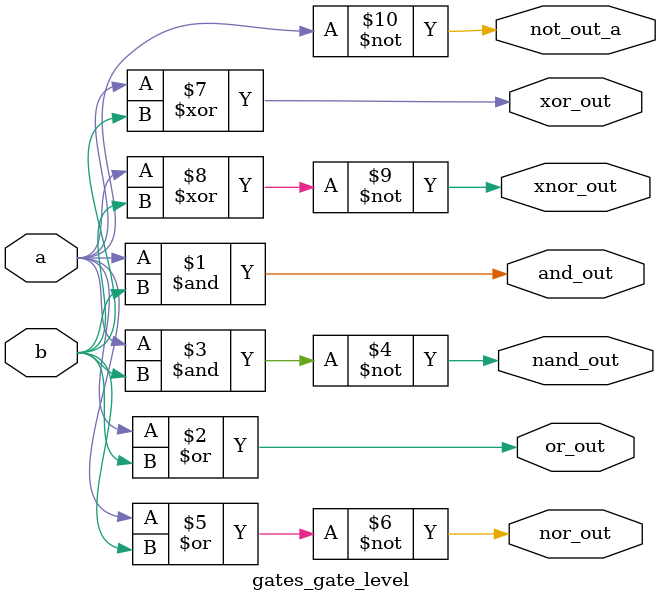
<source format=v>
module gates_gate_level (
    input a, b,
    output and_out, or_out, not_out_a, nand_out, nor_out, xor_out, xnor_out
);
    and  (and_out, a, b);     // AND gate
    or   (or_out, a, b);      // OR gate
    not  (not_out_a, a);      // NOT gate
    nand (nand_out, a, b);    // NAND gate
    nor  (nor_out, a, b);     // NOR gate
    xor  (xor_out, a, b);     // XOR gate
    xnor (xnor_out, a, b);    // XNOR gate

endmodule

</source>
